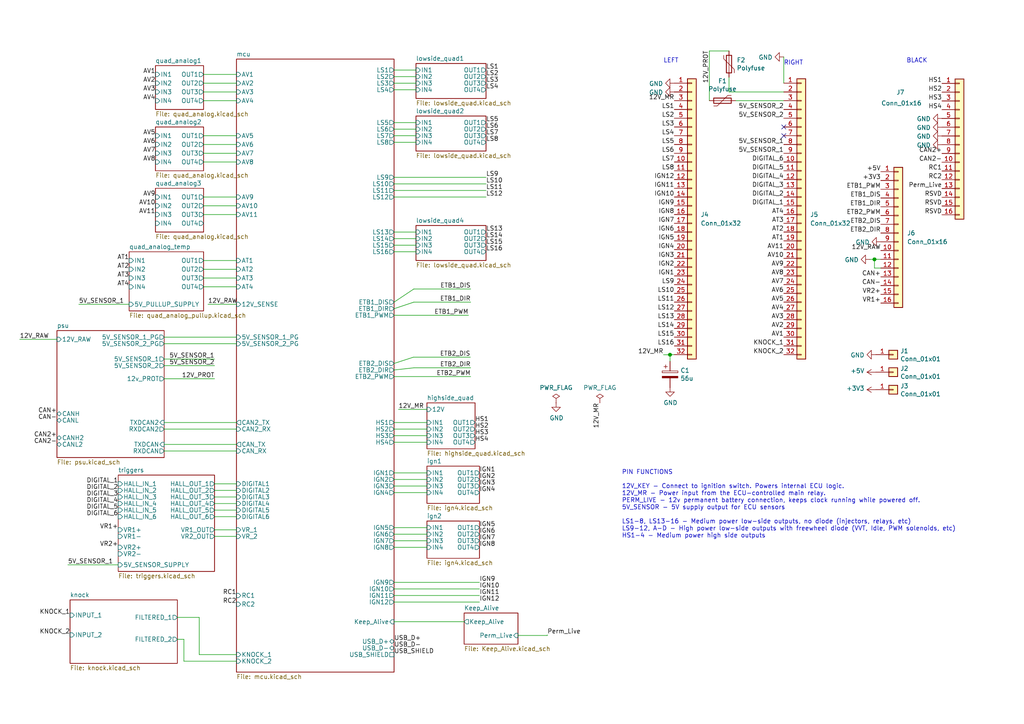
<source format=kicad_sch>
(kicad_sch (version 20211123) (generator eeschema)
  (paper "A4")
  (title_block (title "Polygonus") (date "2023-03-15") (rev "v0.7"))
  (lib_symbols
    (symbol "Connector_Generic:Conn_01x01" (pin_names (offset 1.016) hide)
      (property "Reference" "J" (at 0 2.54 0))
      (property "Value" "Conn_01x01" (at 0 -2.54 0))
      (symbol "Conn_01x01_1_1"
        (rectangle (start -1.27 0.127) (end 0 -0.127) (stroke (width 0.1524)))
        (rectangle (start -1.27 1.27) (end 1.27 -1.27) (stroke (width 0.254)) (fill (type background)))
        (pin passive line (at -5.08 0 0) (length 3.81) (name "Pin_1") (number "1"))
      )
    )
    (symbol "Connector_Generic:Conn_01x16" (pin_names (offset 1.016) hide)
      (property "Reference" "J" (at 0 20.32 0))
      (property "Value" "Conn_01x16" (at 0 -22.86 0))
      (symbol "Conn_01x16_1_1"
        (rectangle (start -1.27 -20.193) (end 0 -20.447) (stroke (width 0.1524)))
        (rectangle (start -1.27 -17.653) (end 0 -17.907) (stroke (width 0.1524)))
        (rectangle (start -1.27 -15.113) (end 0 -15.367) (stroke (width 0.1524)))
        (rectangle (start -1.27 -12.573) (end 0 -12.827) (stroke (width 0.1524)))
        (rectangle (start -1.27 -10.033) (end 0 -10.287) (stroke (width 0.1524)))
        (rectangle (start -1.27 -7.493) (end 0 -7.747) (stroke (width 0.1524)))
        (rectangle (start -1.27 -4.953) (end 0 -5.207) (stroke (width 0.1524)))
        (rectangle (start -1.27 -2.413) (end 0 -2.667) (stroke (width 0.1524)))
        (rectangle (start -1.27 0.127) (end 0 -0.127) (stroke (width 0.1524)))
        (rectangle (start -1.27 2.667) (end 0 2.413) (stroke (width 0.1524)))
        (rectangle (start -1.27 5.207) (end 0 4.953) (stroke (width 0.1524)))
        (rectangle (start -1.27 7.747) (end 0 7.493) (stroke (width 0.1524)))
        (rectangle (start -1.27 10.287) (end 0 10.033) (stroke (width 0.1524)))
        (rectangle (start -1.27 12.827) (end 0 12.573) (stroke (width 0.1524)))
        (rectangle (start -1.27 15.367) (end 0 15.113) (stroke (width 0.1524)))
        (rectangle (start -1.27 17.907) (end 0 17.653) (stroke (width 0.1524)))
        (rectangle (start -1.27 19.05) (end 1.27 -21.59) (stroke (width 0.254)) (fill (type background)))
        (pin passive line (at -5.08 17.78 0) (length 3.81) (name "Pin_1") (number "1"))
        (pin passive line (at -5.08 -5.08 0) (length 3.81) (name "Pin_10") (number "10"))
        (pin passive line (at -5.08 -7.62 0) (length 3.81) (name "Pin_11") (number "11"))
        (pin passive line (at -5.08 -10.16 0) (length 3.81) (name "Pin_12") (number "12"))
        (pin passive line (at -5.08 -12.7 0) (length 3.81) (name "Pin_13") (number "13"))
        (pin passive line (at -5.08 -15.24 0) (length 3.81) (name "Pin_14") (number "14"))
        (pin passive line (at -5.08 -17.78 0) (length 3.81) (name "Pin_15") (number "15"))
        (pin passive line (at -5.08 -20.32 0) (length 3.81) (name "Pin_16") (number "16"))
        (pin passive line (at -5.08 15.24 0) (length 3.81) (name "Pin_2") (number "2"))
        (pin passive line (at -5.08 12.7 0) (length 3.81) (name "Pin_3") (number "3"))
        (pin passive line (at -5.08 10.16 0) (length 3.81) (name "Pin_4") (number "4"))
        (pin passive line (at -5.08 7.62 0) (length 3.81) (name "Pin_5") (number "5"))
        (pin passive line (at -5.08 5.08 0) (length 3.81) (name "Pin_6") (number "6"))
        (pin passive line (at -5.08 2.54 0) (length 3.81) (name "Pin_7") (number "7"))
        (pin passive line (at -5.08 0 0) (length 3.81) (name "Pin_8") (number "8"))
        (pin passive line (at -5.08 -2.54 0) (length 3.81) (name "Pin_9") (number "9"))
      )
    )
    (symbol "Connector_Generic:Conn_01x32" (pin_names (offset 1.016) hide)
      (property "Reference" "J" (at 0 40.64 0))
      (property "Value" "Conn_01x32" (at 0 -43.18 0))
      (symbol "Conn_01x32_1_1"
        (rectangle (start -1.27 -40.513) (end 0 -40.767) (stroke (width 0.1524)))
        (rectangle (start -1.27 -37.973) (end 0 -38.227) (stroke (width 0.1524)))
        (rectangle (start -1.27 -35.433) (end 0 -35.687) (stroke (width 0.1524)))
        (rectangle (start -1.27 -32.893) (end 0 -33.147) (stroke (width 0.1524)))
        (rectangle (start -1.27 -30.353) (end 0 -30.607) (stroke (width 0.1524)))
        (rectangle (start -1.27 -27.813) (end 0 -28.067) (stroke (width 0.1524)))
        (rectangle (start -1.27 -25.273) (end 0 -25.527) (stroke (width 0.1524)))
        (rectangle (start -1.27 -22.733) (end 0 -22.987) (stroke (width 0.1524)))
        (rectangle (start -1.27 -20.193) (end 0 -20.447) (stroke (width 0.1524)))
        (rectangle (start -1.27 -17.653) (end 0 -17.907) (stroke (width 0.1524)))
        (rectangle (start -1.27 -15.113) (end 0 -15.367) (stroke (width 0.1524)))
        (rectangle (start -1.27 -12.573) (end 0 -12.827) (stroke (width 0.1524)))
        (rectangle (start -1.27 -10.033) (end 0 -10.287) (stroke (width 0.1524)))
        (rectangle (start -1.27 -7.493) (end 0 -7.747) (stroke (width 0.1524)))
        (rectangle (start -1.27 -4.953) (end 0 -5.207) (stroke (width 0.1524)))
        (rectangle (start -1.27 -2.413) (end 0 -2.667) (stroke (width 0.1524)))
        (rectangle (start -1.27 0.127) (end 0 -0.127) (stroke (width 0.1524)))
        (rectangle (start -1.27 2.667) (end 0 2.413) (stroke (width 0.1524)))
        (rectangle (start -1.27 5.207) (end 0 4.953) (stroke (width 0.1524)))
        (rectangle (start -1.27 7.747) (end 0 7.493) (stroke (width 0.1524)))
        (rectangle (start -1.27 10.287) (end 0 10.033) (stroke (width 0.1524)))
        (rectangle (start -1.27 12.827) (end 0 12.573) (stroke (width 0.1524)))
        (rectangle (start -1.27 15.367) (end 0 15.113) (stroke (width 0.1524)))
        (rectangle (start -1.27 17.907) (end 0 17.653) (stroke (width 0.1524)))
        (rectangle (start -1.27 20.447) (end 0 20.193) (stroke (width 0.1524)))
        (rectangle (start -1.27 22.987) (end 0 22.733) (stroke (width 0.1524)))
        (rectangle (start -1.27 25.527) (end 0 25.273) (stroke (width 0.1524)))
        (rectangle (start -1.27 28.067) (end 0 27.813) (stroke (width 0.1524)))
        (rectangle (start -1.27 30.607) (end 0 30.353) (stroke (width 0.1524)))
        (rectangle (start -1.27 33.147) (end 0 32.893) (stroke (width 0.1524)))
        (rectangle (start -1.27 35.687) (end 0 35.433) (stroke (width 0.1524)))
        (rectangle (start -1.27 38.227) (end 0 37.973) (stroke (width 0.1524)))
        (rectangle (start -1.27 39.37) (end 1.27 -41.91) (stroke (width 0.254)) (fill (type background)))
        (pin passive line (at -5.08 38.1 0) (length 3.81) (name "Pin_1") (number "1"))
        (pin passive line (at -5.08 15.24 0) (length 3.81) (name "Pin_10") (number "10"))
        (pin passive line (at -5.08 12.7 0) (length 3.81) (name "Pin_11") (number "11"))
        (pin passive line (at -5.08 10.16 0) (length 3.81) (name "Pin_12") (number "12"))
        (pin passive line (at -5.08 7.62 0) (length 3.81) (name "Pin_13") (number "13"))
        (pin passive line (at -5.08 5.08 0) (length 3.81) (name "Pin_14") (number "14"))
        (pin passive line (at -5.08 2.54 0) (length 3.81) (name "Pin_15") (number "15"))
        (pin passive line (at -5.08 0 0) (length 3.81) (name "Pin_16") (number "16"))
        (pin passive line (at -5.08 -2.54 0) (length 3.81) (name "Pin_17") (number "17"))
        (pin passive line (at -5.08 -5.08 0) (length 3.81) (name "Pin_18") (number "18"))
        (pin passive line (at -5.08 -7.62 0) (length 3.81) (name "Pin_19") (number "19"))
        (pin passive line (at -5.08 35.56 0) (length 3.81) (name "Pin_2") (number "2"))
        (pin passive line (at -5.08 -10.16 0) (length 3.81) (name "Pin_20") (number "20"))
        (pin passive line (at -5.08 -12.7 0) (length 3.81) (name "Pin_21") (number "21"))
        (pin passive line (at -5.08 -15.24 0) (length 3.81) (name "Pin_22") (number "22"))
        (pin passive line (at -5.08 -17.78 0) (length 3.81) (name "Pin_23") (number "23"))
        (pin passive line (at -5.08 -20.32 0) (length 3.81) (name "Pin_24") (number "24"))
        (pin passive line (at -5.08 -22.86 0) (length 3.81) (name "Pin_25") (number "25"))
        (pin passive line (at -5.08 -25.4 0) (length 3.81) (name "Pin_26") (number "26"))
        (pin passive line (at -5.08 -27.94 0) (length 3.81) (name "Pin_27") (number "27"))
        (pin passive line (at -5.08 -30.48 0) (length 3.81) (name "Pin_28") (number "28"))
        (pin passive line (at -5.08 -33.02 0) (length 3.81) (name "Pin_29") (number "29"))
        (pin passive line (at -5.08 33.02 0) (length 3.81) (name "Pin_3") (number "3"))
        (pin passive line (at -5.08 -35.56 0) (length 3.81) (name "Pin_30") (number "30"))
        (pin passive line (at -5.08 -38.1 0) (length 3.81) (name "Pin_31") (number "31"))
        (pin passive line (at -5.08 -40.64 0) (length 3.81) (name "Pin_32") (number "32"))
        (pin passive line (at -5.08 30.48 0) (length 3.81) (name "Pin_4") (number "4"))
        (pin passive line (at -5.08 27.94 0) (length 3.81) (name "Pin_5") (number "5"))
        (pin passive line (at -5.08 25.4 0) (length 3.81) (name "Pin_6") (number "6"))
        (pin passive line (at -5.08 22.86 0) (length 3.81) (name "Pin_7") (number "7"))
        (pin passive line (at -5.08 20.32 0) (length 3.81) (name "Pin_8") (number "8"))
        (pin passive line (at -5.08 17.78 0) (length 3.81) (name "Pin_9") (number "9"))
      )
    )
    (symbol "Device:CP" (pin_numbers hide) (pin_names (offset 0.254))
      (property "Reference" "C" (at 0.635 2.54 0))
      (property "Value" "Device_CP" (at 0.635 -2.54 0))
      (symbol "CP_0_1"
        (rectangle (start -2.286 0.508) (end 2.286 1.016))
        (polyline (pts (xy -1.778 2.286) (xy -0.762 2.286)))
        (polyline (pts (xy -1.27 2.794) (xy -1.27 1.778)))
        (rectangle (start 2.286 -0.508) (end -2.286 -1.016) (fill (type outline)))
      )
      (symbol "CP_1_1"
        (pin passive line (at 0 3.81 270) (length 2.794) (name "~") (number "1"))
        (pin passive line (at 0 -3.81 90) (length 2.794) (name "~") (number "2"))
      )
    )
    (symbol "Device:Polyfuse" (pin_numbers hide) (pin_names (offset 0))
      (property "Reference" "F" (at -2.54 0 90))
      (property "Value" "Polyfuse" (at 2.54 0 90))
      (symbol "Polyfuse_0_1"
        (rectangle (start -0.762 2.54) (end 0.762 -2.54) (stroke (width 0.254)))
        (polyline (pts (xy 0 2.54) (xy 0 -2.54)))
        (polyline (pts (xy -1.524 2.54) (xy -1.524 1.524) (xy 1.524 -1.524) (xy 1.524 -2.54)))
      )
      (symbol "Polyfuse_1_1"
        (pin passive line (at 0 3.81 270) (length 1.27) (name "~") (number "1"))
        (pin passive line (at 0 -3.81 90) (length 1.27) (name "~") (number "2"))
      )
    )
    (symbol "power:+3.3V" (power) (pin_names (offset 0))
      (property "Value" "+3.3V" (at 0 3.556 0))
      (symbol "+3.3V_0_1"
        (polyline (pts (xy -0.762 1.27) (xy 0 2.54)))
        (polyline (pts (xy 0 0) (xy 0 2.54)))
        (polyline (pts (xy 0 2.54) (xy 0.762 1.27)))
      )
      (symbol "+3.3V_1_1"
        (pin power_in line (at 0 0 90) (length 0) hide (name "+3V3") (number "1"))
      )
    )
    (symbol "power:+5V" (power) (pin_names (offset 0))
      (property "Value" "+5V" (at 0 3.556 0))
      (symbol "+5V_0_1"
        (polyline (pts (xy -0.762 1.27) (xy 0 2.54)))
        (polyline (pts (xy 0 0) (xy 0 2.54)))
        (polyline (pts (xy 0 2.54) (xy 0.762 1.27)))
      )
      (symbol "+5V_1_1"
        (pin power_in line (at 0 0 90) (length 0) hide (name "+5V") (number "1"))
      )
    )
    (symbol "power:GND" (power) (pin_names (offset 0))
      (property "Value" "GND" (at 0 -3.81 0))
      (symbol "GND_0_1"
        (polyline (pts (xy 0 0) (xy 0 -1.27) (xy 1.27 -1.27) (xy 0 -2.54) (xy -1.27 -1.27) (xy 0 -1.27)))
      )
      (symbol "GND_1_1"
        (pin power_in line (at 0 0 270) (length 0) hide (name "GND") (number "1"))
      )
    )
    (symbol "power:PWR_FLAG" (power) (pin_numbers hide) (pin_names (offset 0) hide)
      (property "Value" "PWR_FLAG" (at 0 3.81 0))
      (symbol "PWR_FLAG_0_0"
        (pin power_out line (at 0 0 90) (length 0) (name "pwr") (number "1"))
      )
      (symbol "PWR_FLAG_0_1"
        (polyline (pts (xy 0 0) (xy 0 1.27) (xy -1.016 1.905) (xy 0 2.54) (xy 1.016 1.905) (xy 0 1.27)))
      )
    )
  )
  (junction (at 253.6325 75.2096))
  (junction (at 194.343 102.899))
  (junction (at 253.6325 75.2399))
  (junction (at 194.31 102.87))
  (no_connect (at 227.33 36.83))
  (no_connect (at 227.33 39.37))
  (wire (pts (xy 62.23 144.145) (xy 68.58 144.145)))
  (wire (pts (xy 150.2316 184.3116) (xy 158.75 184.3116)))
  (wire (pts (xy 114.3 168.91) (xy 139.065 168.91)))
  (wire (pts (xy 194.31 102.87) (xy 195.58 102.87)))
  (wire (pts (xy 62.23 106.045) (xy 47.625 106.045)))
  (wire (pts (xy 19.685 163.83) (xy 34.29 163.83)))
  (wire (pts (xy 47.625 124.46) (xy 68.58 124.46)))
  (wire (pts (xy 123.825 142.875) (xy 114.3 142.875)))
  (wire (pts (xy 123.825 158.75) (xy 114.3 158.75)))
  (wire (pts (xy 114.3 35.56) (xy 120.65 35.56)))
  (wire (pts (xy 253.6325 75.2399) (xy 253.6325 77.7496)))
  (wire (pts (xy 114.3 71.12) (xy 120.65 71.12)))
  (wire (pts (xy 114.3 128.27) (xy 123.825 128.27)))
  (wire (pts (xy 114.3 153.035) (xy 123.825 153.035)))
  (wire (pts (xy 192.438 102.899) (xy 194.343 102.899)))
  (wire (pts (xy 114.3 174.625) (xy 139.065 174.625)))
  (wire (pts (xy 120.65 73.025) (xy 114.3 73.025)))
  (wire (pts (xy 62.23 147.955) (xy 68.58 147.955)))
  (wire (pts (xy 114.3 53.34) (xy 140.97 53.34)))
  (wire (pts (xy 120.015 106.68) (xy 114.3 107.315)))
  (wire (pts (xy 115.57 118.745) (xy 123.825 118.745)))
  (wire (pts (xy 114.3 67.31) (xy 120.65 67.31)))
  (wire (pts (xy 114.3 55.245) (xy 140.97 55.245)))
  (wire (pts (xy 213.36 29.21) (xy 227.33 29.21)))
  (wire (pts (xy 68.58 130.81) (xy 47.625 130.81)))
  (wire (pts (xy 114.3 180.325) (xy 114.3 180.34)))
  (wire (pts (xy 120.65 41.275) (xy 114.3 41.275)))
  (wire (pts (xy 68.58 29.21) (xy 59.055 29.21)))
  (wire (pts (xy 253.6325 75.2096) (xy 253.6325 75.2399)))
  (wire (pts (xy 68.58 142.24) (xy 62.23 142.24)))
  (wire (pts (xy 114.3 91.44) (xy 135.89 91.44)))
  (wire (pts (xy 227.33 26.67) (xy 211.455 26.67)))
  (wire (pts (xy 114.3 20.32) (xy 120.65 20.32)))
  (wire (pts (xy 57.785 189.865) (xy 68.58 189.865)))
  (wire (pts (xy 114.3 109.22) (xy 136.525 109.22)))
  (wire (pts (xy 120.015 83.82) (xy 136.525 83.82)))
  (wire (pts (xy 134.62 180.325) (xy 114.3 180.325)))
  (wire (pts (xy 68.58 59.69) (xy 59.055 59.69)))
  (wire (pts (xy 194.343 104.804) (xy 194.343 102.899)))
  (wire (pts (xy 59.055 57.15) (xy 68.58 57.15)))
  (wire (pts (xy 5.715 98.425) (xy 16.51 98.425)))
  (wire (pts (xy 205.74 14.7786) (xy 205.74 29.21)))
  (wire (pts (xy 120.65 22.225) (xy 114.3 22.225)))
  (wire (pts (xy 62.23 140.335) (xy 68.58 140.335)))
  (wire (pts (xy 51.435 185.42) (xy 53.34 185.42)))
  (wire (pts (xy 123.825 140.97) (xy 114.3 140.97)))
  (wire (pts (xy 59.055 44.45) (xy 68.58 44.45)))
  (wire (pts (xy 47.625 97.79) (xy 68.58 97.79)))
  (wire (pts (xy 47.625 99.695) (xy 68.58 99.695)))
  (wire (pts (xy 47.625 109.855) (xy 62.23 109.855)))
  (wire (pts (xy 59.055 75.565) (xy 68.58 75.565)))
  (wire (pts (xy 53.34 185.42) (xy 53.34 191.77)))
  (wire (pts (xy 59.055 39.37) (xy 68.58 39.37)))
  (wire (pts (xy 114.3 137.16) (xy 123.825 137.16)))
  (wire (pts (xy 120.65 69.215) (xy 114.3 69.215)))
  (wire (pts (xy 60.325 88.265) (xy 68.58 88.265)))
  (wire (pts (xy 68.58 78.105) (xy 59.055 78.105)))
  (wire (pts (xy 62.23 153.67) (xy 68.58 153.67)))
  (wire (pts (xy 227.33 16.51) (xy 227.33 24.13)))
  (wire (pts (xy 114.3 39.37) (xy 120.65 39.37)))
  (wire (pts (xy 47.625 128.905) (xy 68.58 128.905)))
  (wire (pts (xy 59.055 80.645) (xy 68.58 80.645)))
  (wire (pts (xy 120.65 26.035) (xy 114.3 26.035)))
  (wire (pts (xy 120.015 83.82) (xy 114.3 87.63)))
  (wire (pts (xy 123.825 126.365) (xy 114.3 126.365)))
  (wire (pts (xy 114.3 170.815) (xy 139.065 170.815)))
  (wire (pts (xy 53.34 191.77) (xy 68.58 191.77)))
  (wire (pts (xy 158.75 184.3116) (xy 158.75 184.15)))
  (wire (pts (xy 59.055 62.23) (xy 68.58 62.23)))
  (wire (pts (xy 59.055 26.67) (xy 68.58 26.67)))
  (wire (pts (xy 120.015 87.63) (xy 136.525 87.63)))
  (wire (pts (xy 119.9173 103.5911) (xy 136.4273 103.5911)))
  (wire (pts (xy 68.58 146.05) (xy 62.23 146.05)))
  (wire (pts (xy 68.58 46.99) (xy 59.055 46.99)))
  (wire (pts (xy 47.625 104.14) (xy 62.23 104.14)))
  (wire (pts (xy 211.455 26.67) (xy 211.4402 22.3986)))
  (wire (pts (xy 68.58 83.185) (xy 59.055 83.185)))
  (wire (pts (xy 68.58 24.13) (xy 59.055 24.13)))
  (wire (pts (xy 114.3 172.72) (xy 139.065 172.72)))
  (wire (pts (xy 252.3119 75.2399) (xy 253.6325 75.2399)))
  (wire (pts (xy 22.86 88.265) (xy 37.465 88.265)))
  (wire (pts (xy 62.23 149.86) (xy 68.58 149.86)))
  (wire (pts (xy 114.3 57.15) (xy 140.97 57.15)))
  (wire (pts (xy 119.9173 103.5911) (xy 114.3 105.41)))
  (wire (pts (xy 253.6325 77.7496) (xy 255.4645 77.7496)))
  (wire (pts (xy 47.625 122.555) (xy 68.58 122.555)))
  (wire (pts (xy 123.825 122.555) (xy 114.3 122.555)))
  (wire (pts (xy 51.435 179.07) (xy 57.785 179.07)))
  (wire (pts (xy 120.015 87.63) (xy 114.3 89.535)))
  (wire (pts (xy 114.3 156.845) (xy 123.825 156.845)))
  (wire (pts (xy 114.3 51.435) (xy 140.97 51.435)))
  (wire (pts (xy 255.4645 75.2096) (xy 253.6325 75.2096)))
  (wire (pts (xy 114.3 37.465) (xy 120.65 37.465)))
  (wire (pts (xy 59.055 21.59) (xy 68.58 21.59)))
  (wire (pts (xy 114.3 139.065) (xy 123.825 139.065)))
  (wire (pts (xy 123.825 154.94) (xy 114.3 154.94)))
  (wire (pts (xy 120.015 106.68) (xy 136.525 106.68)))
  (wire (pts (xy 211.4402 14.7786) (xy 205.74 14.7786)))
  (wire (pts (xy 68.58 41.91) (xy 59.055 41.91)))
  (wire (pts (xy 57.785 179.07) (xy 57.785 189.865)))
  (wire (pts (xy 68.58 155.575) (xy 62.23 155.575)))
  (wire (pts (xy 114.3 124.46) (xy 123.825 124.46)))
  (wire (pts (xy 114.3 24.13) (xy 120.65 24.13)))
  (wire (pts (xy 194.31 102.87) (xy 194.343 102.899)))
  (text "LEFT" (at 192.405 18.415 0) (effects (font (size 1.27 1.27)) (justify left bottom)))
  (text "PIN FUNCTIONS\n\n12V_KEY - Connect to ignition switch. Powers internal ECU logic.\n12V_MR - Power input from the ECU-controlled main relay.\nPERM_LIVE - 12v permanent battery connection, keeps clock running while powered off.\n5V_SENSOR - 5V supply output for ECU sensors\n\nLS1-8, LS13-16 - Medium power low-side outputs, no diode (injectors, relays, etc)\nLS9-12, A-D - High power low-side outputs with freewheel diode (VVT, Idle, PWM solenoids, etc)\nHS1-4 - Medium power high side outputs" (at 180.34 156.21 0) (effects (font (size 1.27 1.27)) (justify left bottom)))
  (text "BLACK" (at 262.89 18.415 0) (effects (font (size 1.27 1.27)) (justify left bottom)))
  (text "RIGHT" (at 227.33 19.05 0) (effects (font (size 1.27 1.27)) (justify left bottom)))
  (label "LS16" (at 140.97 73.025 0))
  (label "12V_RAW" (at 5.715 98.425 0))
  (label "DIGITAL_1" (at 227.33 59.69 180))
  (label "HS4" (at 137.795 128.27 0))
  (label "KNOCK_1" (at 227.33 100.33 180))
  (label "AV7" (at 227.33 82.55 180))
  (label "AT3" (at 37.465 80.645 180))
  (label "HS1" (at 273.2114 24.1919 180))
  (label "CAN2-" (at 273.2114 47.0519 180))
  (label "AV3" (at 227.33 92.71 180))
  (label "AV7" (at 45.085 44.45 180))
  (label "IGN10" (at 139.065 170.815 0))
  (label "ETB2_DIR" (at 255.4645 67.5896 180))
  (label "AV8" (at 227.33 80.01 180))
  (label "AV9" (at 227.33 77.47 180))
  (label "CAN-" (at 255.4645 82.8296 180))
  (label "DIGITAL_6" (at 34.29 149.86 180))
  (label "Perm_Live" (at 158.75 184.15 0))
  (label "AV9" (at 45.085 57.15 180))
  (label "CAN2+" (at 16.51 127 180))
  (label "IGN11" (at 195.58 54.61 180))
  (label "AV11" (at 227.33 72.39 180))
  (label "AV1" (at 45.085 21.59 180))
  (label "AT1" (at 37.465 75.565 180))
  (label "+5V" (at 255.4645 49.8096 180))
  (label "DIGITAL_3" (at 227.33 54.61 180))
  (label "AT1" (at 227.33 69.85 180))
  (label "LS9" (at 195.58 82.55 180))
  (label "IGN8" (at 139.065 158.75 0))
  (label "AV4" (at 227.33 90.17 180))
  (label "5V_SENSOR_1" (at 227.33 41.91 180))
  (label "RC2" (at 273.2114 52.1319 180))
  (label "LS1" (at 195.58 31.75 180))
  (label "RSVD" (at 273.2114 57.2119 180))
  (label "ETB2_DIS" (at 255.4645 65.0496 180))
  (label "ETB2_DIR" (at 136.525 106.68 180))
  (label "VR2+" (at 34.29 158.75 180))
  (label "LS16" (at 195.58 100.33 180))
  (label "5V_SENSOR_2" (at 227.33 34.29 180))
  (label "ETB1_DIR" (at 255.4645 59.9696 180))
  (label "12V_MR" (at 173.99 116.84 270))
  (label "DIGITAL_1" (at 34.29 140.335 180))
  (label "LS5" (at 140.97 35.56 0))
  (label "LS7" (at 195.58 46.99 180))
  (label "IGN7" (at 139.065 156.845 0))
  (label "5V_SENSOR_1" (at 19.685 163.83 0))
  (label "IGN5" (at 195.58 69.85 180))
  (label "LS13" (at 195.58 92.71 180))
  (label "HS3" (at 273.2114 29.2719 180))
  (label "12V_PROT" (at 62.23 109.855 180))
  (label "AV2" (at 227.33 95.25 180))
  (label "LS7" (at 140.97 39.37 0))
  (label "DIGITAL_2" (at 227.33 57.15 180))
  (label "AV6" (at 227.33 85.09 180))
  (label "LS2" (at 195.58 34.29 180))
  (label "5V_SENSOR_2" (at 62.23 106.045 180))
  (label "IGN5" (at 139.065 153.035 0))
  (label "5V_SENSOR_1" (at 62.23 104.14 180))
  (label "IGN1" (at 139.065 137.16 0))
  (label "USB_D-" (at 114.3 187.96 0))
  (label "IGN4" (at 195.58 72.39 180))
  (label "IGN2" (at 139.065 139.065 0))
  (label "AT3" (at 227.33 64.77 180))
  (label "DIGITAL_5" (at 227.33 49.53 180))
  (label "KNOCK_2" (at 227.33 102.87 180))
  (label "CAN2-" (at 16.51 128.905 180))
  (label "AV2" (at 45.085 24.13 180))
  (label "12V_MR" (at 192.438 102.899 180))
  (label "USB_SHIELD" (at 114.3 189.865 0))
  (label "5V_SENSOR_1" (at 227.33 44.45 180))
  (label "DIGITAL_5" (at 34.29 147.955 180))
  (label "HS2" (at 137.795 124.46 0))
  (label "IGN10" (at 195.58 57.15 180))
  (label "HS2" (at 273.2114 26.7319 180))
  (label "AT2" (at 37.465 78.105 180))
  (label "LS4" (at 140.97 26.035 0))
  (label "LS3" (at 195.58 36.83 180))
  (label "LS4" (at 195.58 39.37 180))
  (label "LS11" (at 195.58 87.63 180))
  (label "LS8" (at 195.58 49.53 180))
  (label "CAN+" (at 255.4645 80.2896 180))
  (label "IGN6" (at 139.065 154.94 0))
  (label "LS15" (at 195.58 97.79 180))
  (label "HS1" (at 137.795 122.555 0))
  (label "LS8" (at 140.97 41.275 0))
  (label "IGN7" (at 195.58 64.77 180))
  (label "VR1+" (at 255.4645 87.9096 180))
  (label "AV1" (at 227.33 97.79 180))
  (label "DIGITAL_3" (at 34.29 144.145 180))
  (label "ETB2_DIS" (at 136.4273 103.5911 180))
  (label "LS2" (at 140.97 22.225 0))
  (label "Perm_Live" (at 273.2114 54.6719 180))
  (label "RC1" (at 273.2114 49.5919 180))
  (label "12V_RAW" (at 255.4645 72.6696 180))
  (label "IGN1" (at 195.58 80.01 180))
  (label "+3V3" (at 255.4645 52.3496 180))
  (label "AV11" (at 45.085 62.23 180))
  (label "AT2" (at 227.33 67.31 180))
  (label "IGN9" (at 195.58 59.69 180))
  (label "IGN3" (at 195.58 74.93 180))
  (label "LS3" (at 140.97 24.13 0))
  (label "IGN11" (at 139.065 172.72 0))
  (label "5V_SENSOR_2" (at 227.33 31.75 180))
  (label "LS15" (at 140.97 71.12 0))
  (label "USB_D+" (at 114.3 186.055 0))
  (label "KNOCK_2" (at 20.32 184.15 180))
  (label "AV8" (at 45.085 46.99 180))
  (label "AT4" (at 227.33 62.23 180))
  (label "LS1" (at 140.97 20.32 0))
  (label "AV10" (at 227.33 74.93 180))
  (label "IGN12" (at 195.58 52.07 180))
  (label "12V_RAW" (at 60.325 88.265 0))
  (label "LS12" (at 195.58 90.17 180))
  (label "AV5" (at 227.33 87.63 180))
  (label "IGN8" (at 195.58 62.23 180))
  (label "ETB1_DIS" (at 136.525 83.82 180))
  (label "IGN2" (at 195.58 77.47 180))
  (label "CAN2+" (at 273.2114 44.5119 180))
  (label "LS10" (at 140.97 53.34 0))
  (label "LS6" (at 195.58 44.45 180))
  (label "12V_PROT" (at 205.74 24.13 90))
  (label "12V_MR" (at 195.58 29.21 180))
  (label "AT4" (at 37.465 83.185 180))
  (label "CAN-" (at 16.51 121.92 180))
  (label "12V_MR" (at 115.57 118.745 0))
  (label "ETB2_PWM" (at 255.4645 62.5096 180))
  (label "LS10" (at 195.58 85.09 180))
  (label "ETB2_PWM" (at 136.525 109.22 180))
  (label "RC1" (at 68.58 172.72 180))
  (label "ETB1_PWM" (at 255.4645 54.8896 180))
  (label "LS9" (at 140.97 51.435 0))
  (label "AV5" (at 45.085 39.37 180))
  (label "AV4" (at 45.085 29.21 180))
  (label "HS3" (at 137.795 126.365 0))
  (label "ETB1_DIS" (at 255.4645 57.4296 180))
  (label "IGN3" (at 139.065 140.97 0))
  (label "AV10" (at 45.085 59.69 180))
  (label "LS5" (at 195.58 41.91 180))
  (label "IGN9" (at 139.065 168.91 0))
  (label "LS12" (at 140.97 57.15 0))
  (label "CAN+" (at 16.51 120.015 180))
  (label "RSVD" (at 273.2114 62.2919 180))
  (label "LS6" (at 140.97 37.465 0))
  (label "ETB1_PWM" (at 135.89 91.44 180))
  (label "RC2" (at 68.58 175.26 180))
  (label "AV6" (at 45.085 41.91 180))
  (label "VR2+" (at 255.4645 85.3696 180))
  (label "ETB1_DIR" (at 136.525 87.63 180))
  (label "LS14" (at 195.58 95.25 180))
  (label "DIGITAL_2" (at 34.29 142.24 180))
  (label "AV3" (at 45.085 26.67 180))
  (label "DIGITAL_6" (at 227.33 46.99 180))
  (label "LS14" (at 140.97 69.215 0))
  (label "RSVD" (at 273.2114 59.7519 180))
  (label "HS4" (at 273.2114 31.8119 180))
  (label "VR1+" (at 34.29 153.67 180))
  (label "IGN12" (at 139.065 174.625 0))
  (label "5V_SENSOR_1" (at 22.86 88.265 0))
  (label "DIGITAL_4" (at 34.29 146.05 180))
  (label "LS13" (at 140.97 67.31 0))
  (label "IGN4" (at 139.065 142.875 0))
  (label "LS11" (at 140.97 55.245 0))
  (label "IGN6" (at 195.58 67.31 180))
  (label "KNOCK_1" (at 20.32 178.435 180))
  (label "DIGITAL_4" (at 227.33 52.07 180))
  (symbol (lib_id "power:GND") (at 252.3119 75.2399 270) (unit 1)
    (property "Reference" "#PWR09" (effects hide))
    (property "Value" "GND" (at 249.0607 75.3669 90) (effects (justify right)))
  )
  (symbol (lib_id "power:GND") (at 273.2114 39.4319 270) (unit 1)
    (property "Reference" "#PWR013" (effects hide))
    (property "Value" "GND" (at 269.9602 39.5589 90) (effects (justify right)))
  )
  (symbol (lib_id "power:GND") (at 227.33 16.51 270) (unit 1)
    (property "Reference" "#PWR08" (effects hide))
    (property "Value" "GND" (at 224.0788 16.637 90) (effects (justify right)))
  )
  (symbol (lib_id "power:GND") (at 273.2114 41.9719 270) (unit 1)
    (property "Reference" "#PWR014" (effects hide))
    (property "Value" "GND" (at 269.9602 42.0989 90) (effects (justify right)))
  )
  (symbol (lib_id "power:GND") (at 273.2114 34.3519 270) (unit 1)
    (property "Reference" "#PWR011" (effects hide))
    (property "Value" "GND" (at 269.9602 34.4789 90) (effects (justify right)))
  )
  (symbol (lib_id "Device:Polyfuse") (at 211.4402 18.5886 180) (unit 1)
    (property "Reference" "F2" (at 213.6754 17.4202 0) (effects (justify right)))
    (property "Value" "Polyfuse" (at 213.6754 19.7316 0) (effects (justify right)))
    (property "Footprint" "Resistor_SMD:R_1206_3216Metric" (effects hide))
    (property "PN" "1206L012WR" (effects hide))
    (property "LCSC" "C207035" (effects hide))
    (property "LCSC_ext" "1" (effects hide))
  )
  (symbol (lib_id "Device:Polyfuse") (at 209.55 29.21 90) (unit 1)
    (property "Reference" "F1" (at 209.55 23.495 90))
    (property "Value" "Polyfuse" (at 209.55 25.8064 90))
    (property "Footprint" "Resistor_SMD:R_1206_3216Metric" (effects hide))
    (property "PN" "1206L012WR" (effects hide))
    (property "LCSC" "C207035" (effects hide))
    (property "LCSC_ext" "1" (effects hide))
  )
  (symbol (lib_id "Connector_Generic:Conn_01x01") (at 259.08 102.87 0) (unit 1)
    (property "Reference" "J1" (at 261.112 101.8032 0) (effects (justify left)))
    (property "Value" "Conn_01x01" (at 261.112 104.1146 0) (effects (justify left)))
    (property "Footprint" "TestPoint:TestPoint_Pad_D3.0mm" (effects hide))
    (property "LCSC" "N/A" (effects hide))
  )
  (symbol (lib_id "Connector_Generic:Conn_01x01") (at 259.08 107.95 0) (unit 1)
    (property "Reference" "J2" (at 261.112 106.8832 0) (effects (justify left)))
    (property "Value" "Conn_01x01" (at 261.112 109.1946 0) (effects (justify left)))
    (property "Footprint" "TestPoint:TestPoint_Pad_D3.0mm" (effects hide))
    (property "LCSC" "N/A" (effects hide))
  )
  (symbol (lib_id "Connector_Generic:Conn_01x01") (at 259.08 113.03 0) (unit 1)
    (property "Reference" "J3" (at 261.112 111.9632 0) (effects (justify left)))
    (property "Value" "Conn_01x01" (at 261.112 114.2746 0) (effects (justify left)))
    (property "Footprint" "TestPoint:TestPoint_Pad_D3.0mm" (effects hide))
    (property "LCSC" "N/A" (effects hide))
  )
  (symbol (lib_id "power:GND") (at 254 102.87 270) (unit 1)
    (property "Reference" "#PWR01" (effects hide))
    (property "Value" "GND" (at 250.7488 102.997 90) (effects (justify right)))
  )
  (symbol (lib_id "power:+3.3V") (at 254 113.03 90) (unit 1)
    (property "Reference" "#PWR03" (effects hide))
    (property "Value" "+3.3V" (at 250.7488 112.649 90) (effects (justify left)))
  )
  (symbol (lib_id "power:+5V") (at 254 107.95 90) (unit 1)
    (property "Reference" "#PWR02" (effects hide))
    (property "Value" "+5V" (at 250.7488 107.569 90) (effects (justify left)))
  )
  (symbol (lib_id "power:PWR_FLAG") (at 173.99 116.84 0) (unit 1)
    (property "Reference" "#FLG02" (effects hide))
    (property "Value" "PWR_FLAG" (at 173.99 112.4458 0))
  )
  (symbol (lib_id "power:GND") (at 161.29 116.84 0) (unit 1)
    (property "Reference" "#PWR07" (effects hide))
    (property "Value" "GND" (at 161.417 121.2342 0))
  )
  (symbol (lib_id "power:PWR_FLAG") (at 161.29 116.84 0) (unit 1)
    (property "Reference" "#FLG01" (effects hide))
    (property "Value" "PWR_FLAG" (at 161.29 112.4458 0))
  )
  (symbol (lib_id "power:GND") (at 273.2114 36.8919 270) (unit 1)
    (property "Reference" "#PWR012" (effects hide))
    (property "Value" "GND" (at 269.9602 37.0189 90) (effects (justify right)))
  )
  (symbol (lib_id "Device:CP") (at 194.343 108.614 0) (unit 1)
    (property "Reference" "C1" (at 197.3402 107.4456 0) (effects (justify left)))
    (property "Value" "56u" (at 197.3402 109.757 0) (effects (justify left)))
    (property "Footprint" "Capacitor_THT:CP_Radial_D8.0mm_P3.50mm" (effects hide))
    (property "LCSC" "N/A" (effects hide))
    (property "PN" "EEH-AZF1H560B" (effects hide))
  )
  (symbol (lib_id "power:GND") (at 194.343 112.424 0) (unit 1)
    (property "Reference" "#PWR04" (effects hide))
    (property "Value" "GND" (at 194.47 116.8182 0))
  )
  (symbol (lib_id "power:GND") (at 255.4645 70.1296 270) (unit 1)
    (property "Reference" "#PWR010" (effects hide))
    (property "Value" "GND" (at 252.2133 70.2566 90) (effects (justify right)))
  )
  (symbol (lib_id "power:GND") (at 195.58 26.67 270) (unit 1)
    (property "Reference" "#PWR06" (effects hide))
    (property "Value" "GND" (at 192.3288 26.797 90) (effects (justify right)))
  )
  (symbol (lib_id "Connector_Generic:Conn_01x32") (at 200.66 62.23 0) (unit 1)
    (property "Reference" "J4" (at 203.2 62.2299 0) (effects (justify left)))
    (property "Value" "Conn_01x32" (at 203.2 64.7699 0) (effects (justify left)))
    (property "Footprint" "Connector_PinHeader_2.54mm:PinHeader_1x32_P2.54mm_Vertical" (effects hide))
  )
  (symbol (lib_id "power:GND") (at 195.58 24.13 270) (unit 1)
    (property "Reference" "#PWR05" (effects hide))
    (property "Value" "GND" (at 192.3288 24.257 90) (effects (justify right)))
  )
  (symbol (lib_id "Connector_Generic:Conn_01x32") (at 232.41 62.23 0) (unit 1)
    (property "Reference" "J5" (at 234.95 62.2299 0) (effects (justify left)))
    (property "Value" "Conn_01x32" (at 234.95 64.7699 0) (effects (justify left)))
    (property "Footprint" "Connector_PinHeader_2.54mm:PinHeader_1x32_P2.54mm_Vertical" (effects hide))
  )
  (symbol (lib_id "Connector_Generic:Conn_01x16") (at 278.2914 41.9719 0) (unit 1)
    (property "Reference" "J7" (at 259.9581 26.7811 0) (effects (justify left)))
    (property "Value" "Conn_01x16" (at 255.5749 29.9238 0) (effects (justify left)))
    (property "Footprint" "Connector_PinHeader_2.54mm:PinHeader_1x16_P2.54mm_Vertical" (effects hide))
  )
  (symbol (lib_id "Connector_Generic:Conn_01x16") (at 260.5445 67.5896 0) (unit 1)
    (property "Reference" "J6" (at 263.0845 67.5895 0) (effects (justify left)))
    (property "Value" "Conn_01x16" (at 263.0845 70.1295 0) (effects (justify left)))
    (property "Footprint" "Connector_PinHeader_2.54mm:PinHeader_1x16_P2.54mm_Vertical" (effects hide))
  )
  (sheet (at 123.825 135.2042) (size 15.24 10.795)
    (property "Sheet name" "ign1" (at 123.825 134.4926 0) (effects (justify left bottom)))
    (property "Sheet file" "ign4.kicad_sch" (at 123.825 146.5838 0) (effects (justify left top)))
    (pin "OUT1" output (at 139.065 137.16 0))
    (pin "OUT2" output (at 139.065 139.065 0))
    (pin "OUT3" output (at 139.065 140.97 0))
    (pin "OUT4" output (at 139.065 142.875 0))
    (pin "IN1" input (at 123.825 137.16 180))
    (pin "IN2" input (at 123.825 139.065 180))
    (pin "IN3" input (at 123.825 140.97 180))
    (pin "IN4" input (at 123.825 142.875 180))
  )
  (sheet (at 120.65 18.415) (size 20.32 10.16)
    (property "Sheet name" "lowside_quad1" (at 120.65 17.7034 0) (effects (justify left bottom)))
    (property "Sheet file" "lowside_quad.kicad_sch" (at 120.65 29.1596 0) (effects (justify left top)))
    (pin "OUT1" output (at 140.97 20.32 0))
    (pin "OUT2" output (at 140.97 22.225 0))
    (pin "IN1" input (at 120.65 20.32 180))
    (pin "IN2" input (at 120.65 22.225 180))
    (pin "OUT3" output (at 140.97 24.13 0))
    (pin "OUT4" output (at 140.97 26.035 0))
    (pin "IN3" input (at 120.65 24.13 180))
    (pin "IN4" input (at 120.65 26.035 180))
  )
  (sheet (at 123.825 151.13) (size 15.24 10.795)
    (property "Sheet name" "ign2" (at 123.825 150.4184 0) (effects (justify left bottom)))
    (property "Sheet file" "ign4.kicad_sch" (at 123.825 162.5096 0) (effects (justify left top)))
    (pin "OUT1" output (at 139.065 153.035 0))
    (pin "OUT2" output (at 139.065 154.94 0))
    (pin "OUT3" output (at 139.065 156.845 0))
    (pin "OUT4" output (at 139.065 158.75 0))
    (pin "IN1" input (at 123.825 153.035 180))
    (pin "IN2" input (at 123.825 154.94 180))
    (pin "IN3" input (at 123.825 156.845 180))
    (pin "IN4" input (at 123.825 158.75 180))
  )
  (sheet (at 68.58 17.145) (size 45.72 177.8)
    (property "Sheet name" "mcu" (at 68.58 16.4334 0) (effects (justify left bottom)))
    (property "Sheet file" "mcu.kicad_sch" (at 68.58 195.5296 0) (effects (justify left top)))
    (pin "LS1" output (at 114.3 20.32 0))
    (pin "LS2" output (at 114.3 22.225 0))
    (pin "LS3" output (at 114.3 24.13 0))
    (pin "LS4" output (at 114.3 26.035 0))
    (pin "LS5" output (at 114.3 35.56 0))
    (pin "LS6" output (at 114.3 37.465 0))
    (pin "LS7" output (at 114.3 39.37 0))
    (pin "LS8" output (at 114.3 41.275 0))
    (pin "LS9" output (at 114.3 51.435 0))
    (pin "LS10" output (at 114.3 53.34 0))
    (pin "LS11" output (at 114.3 55.245 0))
    (pin "LS13" output (at 114.3 67.31 0))
    (pin "LS12" output (at 114.3 57.15 0))
    (pin "LS14" output (at 114.3 69.215 0))
    (pin "LS15" output (at 114.3 71.12 0))
    (pin "LS16" output (at 114.3 73.025 0))
    (pin "AV1" input (at 68.58 21.59 180))
    (pin "AV2" input (at 68.58 24.13 180))
    (pin "AV3" input (at 68.58 26.67 180))
    (pin "AV4" input (at 68.58 29.21 180))
    (pin "AV5" input (at 68.58 39.37 180))
    (pin "AV6" input (at 68.58 41.91 180))
    (pin "AV7" input (at 68.58 44.45 180))
    (pin "AV8" input (at 68.58 46.99 180))
    (pin "AV9" input (at 68.58 57.15 180))
    (pin "AV10" input (at 68.58 59.69 180))
    (pin "AV11" input (at 68.58 62.23 180))
    (pin "AT1" input (at 68.58 75.565 180))
    (pin "AT2" input (at 68.58 78.105 180))
    (pin "AT3" input (at 68.58 80.645 180))
    (pin "AT4" input (at 68.58 83.185 180))
    (pin "5V_SENSOR_1_PG" input (at 68.58 97.79 180))
    (pin "5V_SENSOR_2_PG" input (at 68.58 99.695 180))
    (pin "ETB1_DIS" output (at 114.3 87.63 0))
    (pin "ETB1_DIR" output (at 114.3 89.535 0))
    (pin "ETB1_PWM" output (at 114.3 91.44 0))
    (pin "ETB2_DIS" output (at 114.3 105.41 0))
    (pin "ETB2_DIR" output (at 114.3 107.315 0))
    (pin "ETB2_PWM" output (at 114.3 109.22 0))
    (pin "HS1" output (at 114.3 122.555 0))
    (pin "HS2" output (at 114.3 124.46 0))
    (pin "HS3" output (at 114.3 126.365 0))
    (pin "HS4" output (at 114.3 128.27 0))
    (pin "12V_SENSE" input (at 68.58 88.265 180))
    (pin "CAN_TX" output (at 68.58 128.905 180))
    (pin "CAN_RX" input (at 68.58 130.81 180))
    (pin "DIGITAL1" input (at 68.58 140.335 180))
    (pin "DIGITAL2" input (at 68.58 142.24 180))
    (pin "DIGITAL3" input (at 68.58 144.145 180))
    (pin "DIGITAL4" input (at 68.58 146.05 180))
    (pin "DIGITAL5" input (at 68.58 147.955 180))
    (pin "DIGITAL6" input (at 68.58 149.86 180))
    (pin "IGN1" output (at 114.3 137.16 0))
    (pin "IGN2" output (at 114.3 139.065 0))
    (pin "IGN3" output (at 114.3 140.97 0))
    (pin "IGN4" output (at 114.3 142.875 0))
    (pin "IGN5" output (at 114.3 153.035 0))
    (pin "IGN6" output (at 114.3 154.94 0))
    (pin "IGN7" output (at 114.3 156.845 0))
    (pin "IGN8" output (at 114.3 158.75 0))
    (pin "IGN9" output (at 114.3 168.91 0))
    (pin "IGN10" output (at 114.3 170.815 0))
    (pin "IGN11" output (at 114.3 172.72 0))
    (pin "IGN12" output (at 114.3 174.625 0))
    (pin "USB_D-" bidirectional (at 114.3 187.96 0))
    (pin "USB_D+" bidirectional (at 114.3 186.055 0))
    (pin "USB_SHIELD" passive (at 114.3 189.865 0))
    (pin "KNOCK_1" input (at 68.58 189.865 180))
    (pin "KNOCK_2" input (at 68.58 191.77 180))
    (pin "CAN2_TX" output (at 68.58 122.555 180))
    (pin "CAN2_RX" input (at 68.58 124.46 180))
    (pin "VR_1" input (at 68.58 153.67 180))
    (pin "VR_2" input (at 68.58 155.575 180))
    (pin "Keep_Alive" input (at 114.3 180.34 0))
    (pin "RC1" input (at 68.58 172.72 180))
    (pin "RC2" input (at 68.58 175.26 180))
  )
  (sheet (at 120.65 33.655) (size 20.32 10.16)
    (property "Sheet name" "lowside_quad2" (at 120.65 32.9434 0) (effects (justify left bottom)))
    (property "Sheet file" "lowside_quad.kicad_sch" (at 120.65 44.3996 0) (effects (justify left top)))
    (pin "OUT1" output (at 140.97 35.56 0))
    (pin "OUT2" output (at 140.97 37.465 0))
    (pin "IN1" input (at 120.65 35.56 180))
    (pin "IN2" input (at 120.65 37.465 180))
    (pin "OUT3" output (at 140.97 39.37 0))
    (pin "OUT4" output (at 140.97 41.275 0))
    (pin "IN3" input (at 120.65 39.37 180))
    (pin "IN4" input (at 120.65 41.275 180))
  )
  (sheet (at 120.65 65.405) (size 20.32 10.16)
    (property "Sheet name" "lowside_quad4" (at 120.65 64.6934 0) (effects (justify left bottom)))
    (property "Sheet file" "lowside_quad.kicad_sch" (at 120.65 76.1496 0) (effects (justify left top)))
    (pin "OUT1" output (at 140.97 67.31 0))
    (pin "OUT2" output (at 140.97 69.215 0))
    (pin "IN1" input (at 120.65 67.31 180))
    (pin "IN2" input (at 120.65 69.215 180))
    (pin "OUT3" output (at 140.97 71.12 0))
    (pin "OUT4" output (at 140.97 73.025 0))
    (pin "IN3" input (at 120.65 71.12 180))
    (pin "IN4" input (at 120.65 73.025 180))
  )
  (sheet (at 45.085 19.05) (size 13.97 12.7)
    (property "Sheet name" "quad_analog1" (at 45.085 18.3384 0) (effects (justify left bottom)))
    (property "Sheet file" "quad_analog.kicad_sch" (at 45.085 32.3346 0) (effects (justify left top)))
    (pin "IN1" input (at 45.085 21.59 180))
    (pin "IN2" input (at 45.085 24.13 180))
    (pin "IN3" input (at 45.085 26.67 180))
    (pin "IN4" input (at 45.085 29.21 180))
    (pin "OUT1" output (at 59.055 21.59 0))
    (pin "OUT2" output (at 59.055 24.13 0))
    (pin "OUT3" output (at 59.055 26.67 0))
    (pin "OUT4" output (at 59.055 29.21 0))
  )
  (sheet (at 45.085 36.83) (size 13.97 12.7)
    (property "Sheet name" "quad_analog2" (at 45.085 36.1184 0) (effects (justify left bottom)))
    (property "Sheet file" "quad_analog.kicad_sch" (at 45.085 50.1146 0) (effects (justify left top)))
    (pin "IN1" input (at 45.085 39.37 180))
    (pin "IN2" input (at 45.085 41.91 180))
    (pin "IN3" input (at 45.085 44.45 180))
    (pin "IN4" input (at 45.085 46.99 180))
    (pin "OUT1" output (at 59.055 39.37 0))
    (pin "OUT2" output (at 59.055 41.91 0))
    (pin "OUT3" output (at 59.055 44.45 0))
    (pin "OUT4" output (at 59.055 46.99 0))
  )
  (sheet (at 45.085 54.61) (size 13.97 12.7)
    (property "Sheet name" "quad_analog3" (at 45.085 53.8984 0) (effects (justify left bottom)))
    (property "Sheet file" "quad_analog.kicad_sch" (at 45.085 67.8946 0) (effects (justify left top)))
    (pin "IN1" input (at 45.085 57.15 180))
    (pin "IN2" input (at 45.085 59.69 180))
    (pin "IN3" input (at 45.085 62.23 180))
    (pin "IN4" input (at 45.085 64.77 180))
    (pin "OUT1" output (at 59.055 57.15 0))
    (pin "OUT2" output (at 59.055 59.69 0))
    (pin "OUT3" output (at 59.055 62.23 0))
    (pin "OUT4" output (at 59.055 64.77 0))
  )
  (sheet (at 16.51 95.885) (size 31.115 36.83)
    (property "Sheet name" "psu" (at 16.51 95.1734 0) (effects (justify left bottom)))
    (property "Sheet file" "psu.kicad_sch" (at 16.51 133.2996 0) (effects (justify left top)))
    (pin "12V_RAW" input (at 16.51 98.425 180))
    (pin "5V_SENSOR_1" output (at 47.625 104.14 0))
    (pin "5V_SENSOR_1_PG" output (at 47.625 97.79 0))
    (pin "5V_SENSOR_2" output (at 47.625 106.045 0))
    (pin "5V_SENSOR_2_PG" output (at 47.625 99.695 0))
    (pin "CANH" bidirectional (at 16.51 120.015 180))
    (pin "CANL" bidirectional (at 16.51 121.92 180))
    (pin "TXDCAN" input (at 47.625 128.905 0))
    (pin "RXDCAN" output (at 47.625 130.81 0))
    (pin "12v_PROT" output (at 47.625 109.855 0))
    (pin "TXDCAN2" input (at 47.625 122.555 0))
    (pin "RXDCAN2" output (at 47.625 124.46 0))
    (pin "CANH2" bidirectional (at 16.51 127 180))
    (pin "CANL2" bidirectional (at 16.51 128.905 180))
  )
  (sheet (at 37.465 73.025) (size 21.59 17.145)
    (property "Sheet name" "quad_analog_temp" (at 37.465 72.3134 0) (effects (justify left bottom)))
    (property "Sheet file" "quad_analog_pullup.kicad_sch" (at 37.465 90.7546 0) (effects (justify left top)))
    (pin "IN1" input (at 37.465 75.565 180))
    (pin "IN2" input (at 37.465 78.105 180))
    (pin "IN3" input (at 37.465 80.645 180))
    (pin "IN4" input (at 37.465 83.185 180))
    (pin "OUT1" output (at 59.055 75.565 0))
    (pin "OUT2" output (at 59.055 78.105 0))
    (pin "OUT3" output (at 59.055 80.645 0))
    (pin "OUT4" output (at 59.055 83.185 0))
    (pin "5V_PULLUP_SUPPLY" input (at 37.465 88.265 180))
  )
  (sheet (at 123.825 116.84) (size 13.97 13.335)
    (property "Sheet name" "highside_quad" (at 123.825 116.1284 0) (effects (justify left bottom)))
    (property "Sheet file" "highside_quad.kicad_sch" (at 123.825 130.7596 0) (effects (justify left top)))
    (pin "12V" input (at 123.825 118.745 180))
    (pin "OUT1" output (at 137.795 122.555 0))
    (pin "OUT2" output (at 137.795 124.46 0))
    (pin "OUT3" output (at 137.795 126.365 0))
    (pin "OUT4" output (at 137.795 128.27 0))
    (pin "IN1" input (at 123.825 122.555 180))
    (pin "IN2" input (at 123.825 124.46 180))
    (pin "IN3" input (at 123.825 126.365 180))
    (pin "IN4" input (at 123.825 128.27 180))
  )
  (sheet (at 34.29 137.795) (size 27.94 27.94)
    (property "Sheet name" "triggers" (at 34.29 137.0834 0) (effects (justify left bottom)))
    (property "Sheet file" "triggers.kicad_sch" (at 34.29 166.3196 0) (effects (justify left top)))
    (pin "HALL_IN_1" input (at 34.29 140.335 180))
    (pin "5V_SENSOR_SUPPLY" input (at 34.29 163.83 180))
    (pin "HALL_OUT_1" output (at 62.23 140.335 0))
    (pin "HALL_IN_2" input (at 34.29 142.24 180))
    (pin "HALL_OUT_2" output (at 62.23 142.24 0))
    (pin "HALL_IN_3" input (at 34.29 144.145 180))
    (pin "HALL_OUT_3" output (at 62.23 144.145 0))
    (pin "HALL_IN_4" input (at 34.29 146.05 180))
    (pin "HALL_OUT_4" output (at 62.23 146.05 0))
    (pin "VR1+" input (at 34.29 153.67 180))
    (pin "VR1-" input (at 34.29 155.575 180))
    (pin "VR2+" input (at 34.29 158.75 180))
    (pin "VR2-" input (at 34.29 160.655 180))
    (pin "VR1_OUT" output (at 62.23 153.67 0))
    (pin "VR2_OUT" output (at 62.23 155.575 0))
    (pin "HALL_IN_5" input (at 34.29 147.955 180))
    (pin "HALL_IN_6" input (at 34.29 149.86 180))
    (pin "HALL_OUT_5" output (at 62.23 147.955 0))
    (pin "HALL_OUT_6" output (at 62.23 149.86 0))
  )
  (sheet (at 20.32 173.99) (size 31.115 18.415)
    (property "Sheet name" "knock" (at 20.32 173.2784 0) (effects (justify left bottom)))
    (property "Sheet file" "knock.kicad_sch" (at 20.32 192.9896 0) (effects (justify left top)))
    (pin "FILTERED_1" output (at 51.435 179.07 0))
    (pin "INPUT_1" input (at 20.32 178.435 180))
    (pin "FILTERED_2" output (at 51.435 185.42 0))
    (pin "INPUT_2" input (at 20.32 184.15 180))
  )
  (sheet (at 134.62 177.8) (size 15.6116 9.047) (stroke (width 0.1524))
    (property "Sheet name" "Keep_Alive" (at 134.62 177.0884 0) (effects (justify left bottom)))
    (property "Sheet file" "Keep_Alive.kicad_sch" (at 134.62 187.4316 0) (effects (justify left top)))
    (pin "Perm_Live" input (at 150.2316 184.3116 0))
    (pin "Keep_Alive" output (at 134.62 180.325 180))
  )
)
</source>
